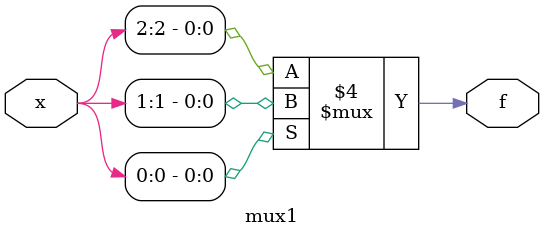
<source format=v>
module mux1(input [2:0] x, output reg f);
 always @(x[0] or x[1]or x[2]) 
 if (x[0] == 1) 
    f = x[1];
 else 
        f = x[2];
endmodule
</source>
